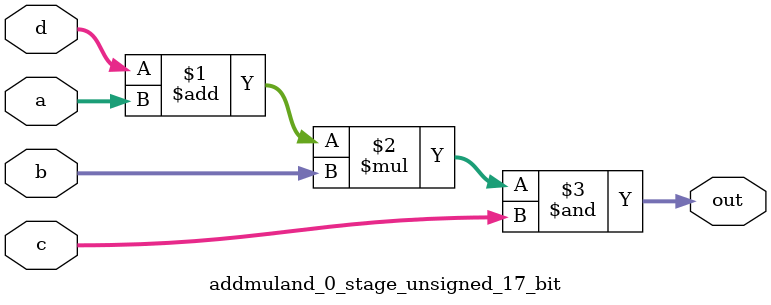
<source format=sv>
(* use_dsp = "yes" *) module addmuland_0_stage_unsigned_17_bit(
	input  [16:0] a,
	input  [16:0] b,
	input  [16:0] c,
	input  [16:0] d,
	output [16:0] out
	);

	assign out = ((d + a) * b) & c;
endmodule

</source>
